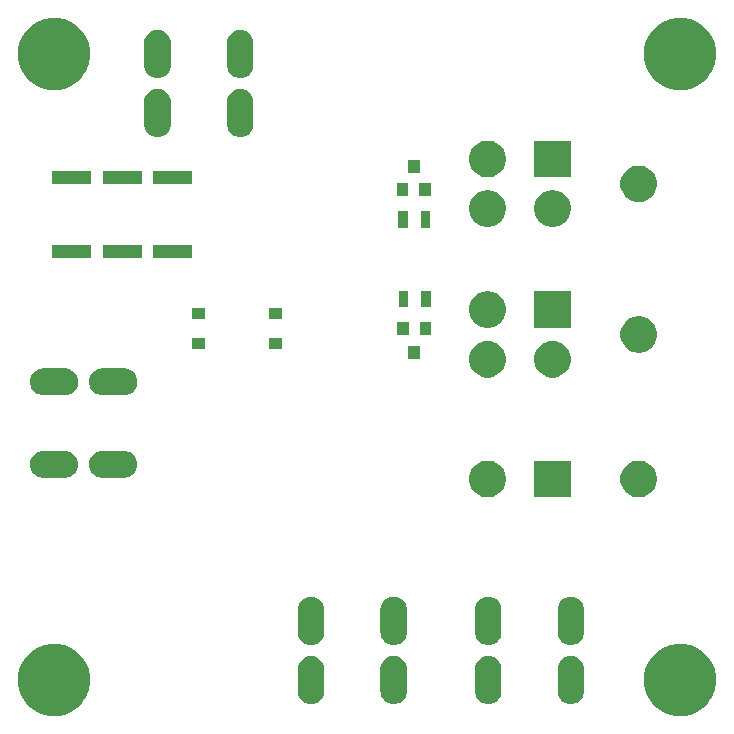
<source format=gbr>
G04 #@! TF.GenerationSoftware,KiCad,Pcbnew,(5.0.2)-1*
G04 #@! TF.CreationDate,2019-05-24T01:00:46-02:30*
G04 #@! TF.ProjectId,IndicatorLEDs_PCB,496e6469-6361-4746-9f72-4c4544735f50,rev?*
G04 #@! TF.SameCoordinates,Original*
G04 #@! TF.FileFunction,Soldermask,Top*
G04 #@! TF.FilePolarity,Negative*
%FSLAX46Y46*%
G04 Gerber Fmt 4.6, Leading zero omitted, Abs format (unit mm)*
G04 Created by KiCad (PCBNEW (5.0.2)-1) date 5/24/2019 1:00:46 AM*
%MOMM*%
%LPD*%
G01*
G04 APERTURE LIST*
%ADD10C,0.100000*%
G04 APERTURE END LIST*
D10*
G36*
X107389941Y-143566248D02*
X107389943Y-143566249D01*
X107389944Y-143566249D01*
X107945190Y-143796239D01*
X107945191Y-143796240D01*
X108444902Y-144130136D01*
X108869864Y-144555098D01*
X108869866Y-144555101D01*
X109203761Y-145054810D01*
X109433751Y-145610056D01*
X109551000Y-146199503D01*
X109551000Y-146800497D01*
X109433751Y-147389944D01*
X109203761Y-147945190D01*
X109131324Y-148053599D01*
X108869864Y-148444902D01*
X108444902Y-148869864D01*
X108444899Y-148869866D01*
X107945190Y-149203761D01*
X107389944Y-149433751D01*
X107389943Y-149433751D01*
X107389941Y-149433752D01*
X106800499Y-149551000D01*
X106199501Y-149551000D01*
X105610059Y-149433752D01*
X105610057Y-149433751D01*
X105610056Y-149433751D01*
X105054810Y-149203761D01*
X104555101Y-148869866D01*
X104555098Y-148869864D01*
X104130136Y-148444902D01*
X103868676Y-148053599D01*
X103796239Y-147945190D01*
X103566249Y-147389944D01*
X103449000Y-146800497D01*
X103449000Y-146199503D01*
X103566249Y-145610056D01*
X103796239Y-145054810D01*
X104130134Y-144555101D01*
X104130136Y-144555098D01*
X104555098Y-144130136D01*
X105054809Y-143796240D01*
X105054810Y-143796239D01*
X105610056Y-143566249D01*
X105610057Y-143566249D01*
X105610059Y-143566248D01*
X106199501Y-143449000D01*
X106800499Y-143449000D01*
X107389941Y-143566248D01*
X107389941Y-143566248D01*
G37*
G36*
X54389941Y-143566248D02*
X54389943Y-143566249D01*
X54389944Y-143566249D01*
X54945190Y-143796239D01*
X54945191Y-143796240D01*
X55444902Y-144130136D01*
X55869864Y-144555098D01*
X55869866Y-144555101D01*
X56203761Y-145054810D01*
X56433751Y-145610056D01*
X56551000Y-146199503D01*
X56551000Y-146800497D01*
X56433751Y-147389944D01*
X56203761Y-147945190D01*
X56131324Y-148053599D01*
X55869864Y-148444902D01*
X55444902Y-148869864D01*
X55444899Y-148869866D01*
X54945190Y-149203761D01*
X54389944Y-149433751D01*
X54389943Y-149433751D01*
X54389941Y-149433752D01*
X53800499Y-149551000D01*
X53199501Y-149551000D01*
X52610059Y-149433752D01*
X52610057Y-149433751D01*
X52610056Y-149433751D01*
X52054810Y-149203761D01*
X51555101Y-148869866D01*
X51555098Y-148869864D01*
X51130136Y-148444902D01*
X50868676Y-148053599D01*
X50796239Y-147945190D01*
X50566249Y-147389944D01*
X50449000Y-146800497D01*
X50449000Y-146199503D01*
X50566249Y-145610056D01*
X50796239Y-145054810D01*
X51130134Y-144555101D01*
X51130136Y-144555098D01*
X51555098Y-144130136D01*
X52054809Y-143796240D01*
X52054810Y-143796239D01*
X52610056Y-143566249D01*
X52610057Y-143566249D01*
X52610059Y-143566248D01*
X53199501Y-143449000D01*
X53800499Y-143449000D01*
X54389941Y-143566248D01*
X54389941Y-143566248D01*
G37*
G36*
X97470734Y-144465292D02*
X97612235Y-144508216D01*
X97682986Y-144529678D01*
X97731888Y-144555817D01*
X97878599Y-144634235D01*
X98050055Y-144774945D01*
X98190765Y-144946401D01*
X98260470Y-145076810D01*
X98295322Y-145142013D01*
X98316784Y-145212764D01*
X98359708Y-145354265D01*
X98376000Y-145519684D01*
X98376000Y-147480316D01*
X98359708Y-147645735D01*
X98316784Y-147787236D01*
X98295322Y-147857987D01*
X98260470Y-147923190D01*
X98190765Y-148053599D01*
X98050055Y-148225055D01*
X97878599Y-148365765D01*
X97748190Y-148435470D01*
X97682987Y-148470322D01*
X97612236Y-148491784D01*
X97470735Y-148534708D01*
X97250000Y-148556448D01*
X97029266Y-148534708D01*
X96887765Y-148491784D01*
X96817014Y-148470322D01*
X96751811Y-148435470D01*
X96621402Y-148365765D01*
X96449946Y-148225055D01*
X96309236Y-148053599D01*
X96239531Y-147923190D01*
X96204679Y-147857987D01*
X96183217Y-147787236D01*
X96140293Y-147645735D01*
X96124001Y-147480316D01*
X96124000Y-145519685D01*
X96140292Y-145354266D01*
X96204678Y-145142015D01*
X96204678Y-145142014D01*
X96251290Y-145054810D01*
X96309235Y-144946401D01*
X96449945Y-144774945D01*
X96621401Y-144634235D01*
X96751810Y-144564530D01*
X96817013Y-144529678D01*
X96887764Y-144508216D01*
X97029265Y-144465292D01*
X97250000Y-144443552D01*
X97470734Y-144465292D01*
X97470734Y-144465292D01*
G37*
G36*
X75470734Y-144465292D02*
X75612235Y-144508216D01*
X75682986Y-144529678D01*
X75731888Y-144555817D01*
X75878599Y-144634235D01*
X76050055Y-144774945D01*
X76190765Y-144946401D01*
X76260470Y-145076810D01*
X76295322Y-145142013D01*
X76316784Y-145212764D01*
X76359708Y-145354265D01*
X76376000Y-145519684D01*
X76376000Y-147480316D01*
X76359708Y-147645735D01*
X76316784Y-147787236D01*
X76295322Y-147857987D01*
X76260470Y-147923190D01*
X76190765Y-148053599D01*
X76050055Y-148225055D01*
X75878599Y-148365765D01*
X75748190Y-148435470D01*
X75682987Y-148470322D01*
X75612236Y-148491784D01*
X75470735Y-148534708D01*
X75250000Y-148556448D01*
X75029266Y-148534708D01*
X74887765Y-148491784D01*
X74817014Y-148470322D01*
X74751811Y-148435470D01*
X74621402Y-148365765D01*
X74449946Y-148225055D01*
X74309236Y-148053599D01*
X74239531Y-147923190D01*
X74204679Y-147857987D01*
X74183217Y-147787236D01*
X74140293Y-147645735D01*
X74124001Y-147480316D01*
X74124000Y-145519685D01*
X74140292Y-145354266D01*
X74204678Y-145142015D01*
X74204678Y-145142014D01*
X74251290Y-145054810D01*
X74309235Y-144946401D01*
X74449945Y-144774945D01*
X74621401Y-144634235D01*
X74751810Y-144564530D01*
X74817013Y-144529678D01*
X74887764Y-144508216D01*
X75029265Y-144465292D01*
X75250000Y-144443552D01*
X75470734Y-144465292D01*
X75470734Y-144465292D01*
G37*
G36*
X82470734Y-144465292D02*
X82612235Y-144508216D01*
X82682986Y-144529678D01*
X82731888Y-144555817D01*
X82878599Y-144634235D01*
X83050055Y-144774945D01*
X83190765Y-144946401D01*
X83260470Y-145076810D01*
X83295322Y-145142013D01*
X83316784Y-145212764D01*
X83359708Y-145354265D01*
X83376000Y-145519684D01*
X83376000Y-147480316D01*
X83359708Y-147645735D01*
X83316784Y-147787236D01*
X83295322Y-147857987D01*
X83260470Y-147923190D01*
X83190765Y-148053599D01*
X83050055Y-148225055D01*
X82878599Y-148365765D01*
X82748190Y-148435470D01*
X82682987Y-148470322D01*
X82612236Y-148491784D01*
X82470735Y-148534708D01*
X82250000Y-148556448D01*
X82029266Y-148534708D01*
X81887765Y-148491784D01*
X81817014Y-148470322D01*
X81751811Y-148435470D01*
X81621402Y-148365765D01*
X81449946Y-148225055D01*
X81309236Y-148053599D01*
X81239531Y-147923190D01*
X81204679Y-147857987D01*
X81183217Y-147787236D01*
X81140293Y-147645735D01*
X81124001Y-147480316D01*
X81124000Y-145519685D01*
X81140292Y-145354266D01*
X81204678Y-145142015D01*
X81204678Y-145142014D01*
X81251290Y-145054810D01*
X81309235Y-144946401D01*
X81449945Y-144774945D01*
X81621401Y-144634235D01*
X81751810Y-144564530D01*
X81817013Y-144529678D01*
X81887764Y-144508216D01*
X82029265Y-144465292D01*
X82250000Y-144443552D01*
X82470734Y-144465292D01*
X82470734Y-144465292D01*
G37*
G36*
X90470734Y-144465292D02*
X90612235Y-144508216D01*
X90682986Y-144529678D01*
X90731888Y-144555817D01*
X90878599Y-144634235D01*
X91050055Y-144774945D01*
X91190765Y-144946401D01*
X91260470Y-145076810D01*
X91295322Y-145142013D01*
X91316784Y-145212764D01*
X91359708Y-145354265D01*
X91376000Y-145519684D01*
X91376000Y-147480316D01*
X91359708Y-147645735D01*
X91316784Y-147787236D01*
X91295322Y-147857987D01*
X91260470Y-147923190D01*
X91190765Y-148053599D01*
X91050055Y-148225055D01*
X90878599Y-148365765D01*
X90748190Y-148435470D01*
X90682987Y-148470322D01*
X90612236Y-148491784D01*
X90470735Y-148534708D01*
X90250000Y-148556448D01*
X90029266Y-148534708D01*
X89887765Y-148491784D01*
X89817014Y-148470322D01*
X89751811Y-148435470D01*
X89621402Y-148365765D01*
X89449946Y-148225055D01*
X89309236Y-148053599D01*
X89239531Y-147923190D01*
X89204679Y-147857987D01*
X89183217Y-147787236D01*
X89140293Y-147645735D01*
X89124001Y-147480316D01*
X89124000Y-145519685D01*
X89140292Y-145354266D01*
X89204678Y-145142015D01*
X89204678Y-145142014D01*
X89251290Y-145054810D01*
X89309235Y-144946401D01*
X89449945Y-144774945D01*
X89621401Y-144634235D01*
X89751810Y-144564530D01*
X89817013Y-144529678D01*
X89887764Y-144508216D01*
X90029265Y-144465292D01*
X90250000Y-144443552D01*
X90470734Y-144465292D01*
X90470734Y-144465292D01*
G37*
G36*
X97470734Y-139465292D02*
X97612235Y-139508216D01*
X97682986Y-139529678D01*
X97731889Y-139555817D01*
X97878599Y-139634235D01*
X98050055Y-139774945D01*
X98190765Y-139946401D01*
X98260470Y-140076810D01*
X98295322Y-140142013D01*
X98316784Y-140212764D01*
X98359708Y-140354265D01*
X98376000Y-140519684D01*
X98376000Y-142480316D01*
X98359708Y-142645735D01*
X98316784Y-142787236D01*
X98295322Y-142857987D01*
X98260470Y-142923190D01*
X98190765Y-143053599D01*
X98050055Y-143225055D01*
X97878599Y-143365765D01*
X97748190Y-143435470D01*
X97682987Y-143470322D01*
X97612236Y-143491784D01*
X97470735Y-143534708D01*
X97250000Y-143556448D01*
X97029266Y-143534708D01*
X96887765Y-143491784D01*
X96817014Y-143470322D01*
X96751811Y-143435470D01*
X96621402Y-143365765D01*
X96449946Y-143225055D01*
X96309236Y-143053599D01*
X96239531Y-142923190D01*
X96204679Y-142857987D01*
X96183217Y-142787236D01*
X96140293Y-142645735D01*
X96124001Y-142480316D01*
X96124000Y-140519685D01*
X96140292Y-140354266D01*
X96204678Y-140142015D01*
X96204678Y-140142014D01*
X96230817Y-140093111D01*
X96309235Y-139946401D01*
X96449945Y-139774945D01*
X96621401Y-139634235D01*
X96751810Y-139564530D01*
X96817013Y-139529678D01*
X96887764Y-139508216D01*
X97029265Y-139465292D01*
X97250000Y-139443552D01*
X97470734Y-139465292D01*
X97470734Y-139465292D01*
G37*
G36*
X90470734Y-139465292D02*
X90612235Y-139508216D01*
X90682986Y-139529678D01*
X90731889Y-139555817D01*
X90878599Y-139634235D01*
X91050055Y-139774945D01*
X91190765Y-139946401D01*
X91260470Y-140076810D01*
X91295322Y-140142013D01*
X91316784Y-140212764D01*
X91359708Y-140354265D01*
X91376000Y-140519684D01*
X91376000Y-142480316D01*
X91359708Y-142645735D01*
X91316784Y-142787236D01*
X91295322Y-142857987D01*
X91260470Y-142923190D01*
X91190765Y-143053599D01*
X91050055Y-143225055D01*
X90878599Y-143365765D01*
X90748190Y-143435470D01*
X90682987Y-143470322D01*
X90612236Y-143491784D01*
X90470735Y-143534708D01*
X90250000Y-143556448D01*
X90029266Y-143534708D01*
X89887765Y-143491784D01*
X89817014Y-143470322D01*
X89751811Y-143435470D01*
X89621402Y-143365765D01*
X89449946Y-143225055D01*
X89309236Y-143053599D01*
X89239531Y-142923190D01*
X89204679Y-142857987D01*
X89183217Y-142787236D01*
X89140293Y-142645735D01*
X89124001Y-142480316D01*
X89124000Y-140519685D01*
X89140292Y-140354266D01*
X89204678Y-140142015D01*
X89204678Y-140142014D01*
X89230817Y-140093111D01*
X89309235Y-139946401D01*
X89449945Y-139774945D01*
X89621401Y-139634235D01*
X89751810Y-139564530D01*
X89817013Y-139529678D01*
X89887764Y-139508216D01*
X90029265Y-139465292D01*
X90250000Y-139443552D01*
X90470734Y-139465292D01*
X90470734Y-139465292D01*
G37*
G36*
X75470734Y-139465292D02*
X75612235Y-139508216D01*
X75682986Y-139529678D01*
X75731889Y-139555817D01*
X75878599Y-139634235D01*
X76050055Y-139774945D01*
X76190765Y-139946401D01*
X76260470Y-140076810D01*
X76295322Y-140142013D01*
X76316784Y-140212764D01*
X76359708Y-140354265D01*
X76376000Y-140519684D01*
X76376000Y-142480316D01*
X76359708Y-142645735D01*
X76316784Y-142787236D01*
X76295322Y-142857987D01*
X76260470Y-142923190D01*
X76190765Y-143053599D01*
X76050055Y-143225055D01*
X75878599Y-143365765D01*
X75748190Y-143435470D01*
X75682987Y-143470322D01*
X75612236Y-143491784D01*
X75470735Y-143534708D01*
X75250000Y-143556448D01*
X75029266Y-143534708D01*
X74887765Y-143491784D01*
X74817014Y-143470322D01*
X74751811Y-143435470D01*
X74621402Y-143365765D01*
X74449946Y-143225055D01*
X74309236Y-143053599D01*
X74239531Y-142923190D01*
X74204679Y-142857987D01*
X74183217Y-142787236D01*
X74140293Y-142645735D01*
X74124001Y-142480316D01*
X74124000Y-140519685D01*
X74140292Y-140354266D01*
X74204678Y-140142015D01*
X74204678Y-140142014D01*
X74230817Y-140093111D01*
X74309235Y-139946401D01*
X74449945Y-139774945D01*
X74621401Y-139634235D01*
X74751810Y-139564530D01*
X74817013Y-139529678D01*
X74887764Y-139508216D01*
X75029265Y-139465292D01*
X75250000Y-139443552D01*
X75470734Y-139465292D01*
X75470734Y-139465292D01*
G37*
G36*
X82470734Y-139465292D02*
X82612235Y-139508216D01*
X82682986Y-139529678D01*
X82731889Y-139555817D01*
X82878599Y-139634235D01*
X83050055Y-139774945D01*
X83190765Y-139946401D01*
X83260470Y-140076810D01*
X83295322Y-140142013D01*
X83316784Y-140212764D01*
X83359708Y-140354265D01*
X83376000Y-140519684D01*
X83376000Y-142480316D01*
X83359708Y-142645735D01*
X83316784Y-142787236D01*
X83295322Y-142857987D01*
X83260470Y-142923190D01*
X83190765Y-143053599D01*
X83050055Y-143225055D01*
X82878599Y-143365765D01*
X82748190Y-143435470D01*
X82682987Y-143470322D01*
X82612236Y-143491784D01*
X82470735Y-143534708D01*
X82250000Y-143556448D01*
X82029266Y-143534708D01*
X81887765Y-143491784D01*
X81817014Y-143470322D01*
X81751811Y-143435470D01*
X81621402Y-143365765D01*
X81449946Y-143225055D01*
X81309236Y-143053599D01*
X81239531Y-142923190D01*
X81204679Y-142857987D01*
X81183217Y-142787236D01*
X81140293Y-142645735D01*
X81124001Y-142480316D01*
X81124000Y-140519685D01*
X81140292Y-140354266D01*
X81204678Y-140142015D01*
X81204678Y-140142014D01*
X81230817Y-140093111D01*
X81309235Y-139946401D01*
X81449945Y-139774945D01*
X81621401Y-139634235D01*
X81751810Y-139564530D01*
X81817013Y-139529678D01*
X81887764Y-139508216D01*
X82029265Y-139465292D01*
X82250000Y-139443552D01*
X82470734Y-139465292D01*
X82470734Y-139465292D01*
G37*
G36*
X97251000Y-131051000D02*
X94149000Y-131051000D01*
X94149000Y-127949000D01*
X97251000Y-127949000D01*
X97251000Y-131051000D01*
X97251000Y-131051000D01*
G37*
G36*
X103352527Y-127988736D02*
X103452410Y-128008604D01*
X103734674Y-128125521D01*
X103988705Y-128295259D01*
X104204741Y-128511295D01*
X104374479Y-128765326D01*
X104491396Y-129047590D01*
X104551000Y-129347240D01*
X104551000Y-129652760D01*
X104491396Y-129952410D01*
X104374479Y-130234674D01*
X104204741Y-130488705D01*
X103988705Y-130704741D01*
X103734674Y-130874479D01*
X103452410Y-130991396D01*
X103352527Y-131011264D01*
X103152762Y-131051000D01*
X102847238Y-131051000D01*
X102647473Y-131011264D01*
X102547590Y-130991396D01*
X102265326Y-130874479D01*
X102011295Y-130704741D01*
X101795259Y-130488705D01*
X101625521Y-130234674D01*
X101508604Y-129952410D01*
X101449000Y-129652760D01*
X101449000Y-129347240D01*
X101508604Y-129047590D01*
X101625521Y-128765326D01*
X101795259Y-128511295D01*
X102011295Y-128295259D01*
X102265326Y-128125521D01*
X102547590Y-128008604D01*
X102647473Y-127988736D01*
X102847238Y-127949000D01*
X103152762Y-127949000D01*
X103352527Y-127988736D01*
X103352527Y-127988736D01*
G37*
G36*
X90552527Y-127988736D02*
X90652410Y-128008604D01*
X90934674Y-128125521D01*
X91188705Y-128295259D01*
X91404741Y-128511295D01*
X91574479Y-128765326D01*
X91691396Y-129047590D01*
X91751000Y-129347240D01*
X91751000Y-129652760D01*
X91691396Y-129952410D01*
X91574479Y-130234674D01*
X91404741Y-130488705D01*
X91188705Y-130704741D01*
X90934674Y-130874479D01*
X90652410Y-130991396D01*
X90552527Y-131011264D01*
X90352762Y-131051000D01*
X90047238Y-131051000D01*
X89847473Y-131011264D01*
X89747590Y-130991396D01*
X89465326Y-130874479D01*
X89211295Y-130704741D01*
X88995259Y-130488705D01*
X88825521Y-130234674D01*
X88708604Y-129952410D01*
X88649000Y-129652760D01*
X88649000Y-129347240D01*
X88708604Y-129047590D01*
X88825521Y-128765326D01*
X88995259Y-128511295D01*
X89211295Y-128295259D01*
X89465326Y-128125521D01*
X89747590Y-128008604D01*
X89847473Y-127988736D01*
X90047238Y-127949000D01*
X90352762Y-127949000D01*
X90552527Y-127988736D01*
X90552527Y-127988736D01*
G37*
G36*
X59535456Y-127129431D02*
X59645735Y-127140292D01*
X59787236Y-127183216D01*
X59857987Y-127204678D01*
X59923190Y-127239530D01*
X60053599Y-127309235D01*
X60225055Y-127449945D01*
X60365765Y-127621401D01*
X60435470Y-127751810D01*
X60470322Y-127817013D01*
X60470322Y-127817014D01*
X60534708Y-128029265D01*
X60556448Y-128250000D01*
X60534708Y-128470735D01*
X60522404Y-128511295D01*
X60470322Y-128682987D01*
X60435470Y-128748190D01*
X60365765Y-128878599D01*
X60225055Y-129050055D01*
X60053599Y-129190765D01*
X59923190Y-129260470D01*
X59857987Y-129295322D01*
X59787236Y-129316784D01*
X59645735Y-129359708D01*
X59535456Y-129370569D01*
X59480317Y-129376000D01*
X57519683Y-129376000D01*
X57464544Y-129370569D01*
X57354265Y-129359708D01*
X57212764Y-129316784D01*
X57142013Y-129295322D01*
X57076810Y-129260470D01*
X56946401Y-129190765D01*
X56774945Y-129050055D01*
X56634235Y-128878599D01*
X56564530Y-128748190D01*
X56529678Y-128682987D01*
X56477596Y-128511295D01*
X56465292Y-128470735D01*
X56443552Y-128250000D01*
X56465292Y-128029265D01*
X56529678Y-127817014D01*
X56529678Y-127817013D01*
X56564530Y-127751810D01*
X56634235Y-127621401D01*
X56774945Y-127449945D01*
X56946401Y-127309235D01*
X57076810Y-127239530D01*
X57142013Y-127204678D01*
X57212764Y-127183216D01*
X57354265Y-127140292D01*
X57464544Y-127129431D01*
X57519683Y-127124000D01*
X59480317Y-127124000D01*
X59535456Y-127129431D01*
X59535456Y-127129431D01*
G37*
G36*
X54535456Y-127129431D02*
X54645735Y-127140292D01*
X54787236Y-127183216D01*
X54857987Y-127204678D01*
X54923190Y-127239530D01*
X55053599Y-127309235D01*
X55225055Y-127449945D01*
X55365765Y-127621401D01*
X55435470Y-127751810D01*
X55470322Y-127817013D01*
X55470322Y-127817014D01*
X55534708Y-128029265D01*
X55556448Y-128250000D01*
X55534708Y-128470735D01*
X55522404Y-128511295D01*
X55470322Y-128682987D01*
X55435470Y-128748190D01*
X55365765Y-128878599D01*
X55225055Y-129050055D01*
X55053599Y-129190765D01*
X54923190Y-129260470D01*
X54857987Y-129295322D01*
X54787236Y-129316784D01*
X54645735Y-129359708D01*
X54535456Y-129370569D01*
X54480317Y-129376000D01*
X52519683Y-129376000D01*
X52464544Y-129370569D01*
X52354265Y-129359708D01*
X52212764Y-129316784D01*
X52142013Y-129295322D01*
X52076810Y-129260470D01*
X51946401Y-129190765D01*
X51774945Y-129050055D01*
X51634235Y-128878599D01*
X51564530Y-128748190D01*
X51529678Y-128682987D01*
X51477596Y-128511295D01*
X51465292Y-128470735D01*
X51443552Y-128250000D01*
X51465292Y-128029265D01*
X51529678Y-127817014D01*
X51529678Y-127817013D01*
X51564530Y-127751810D01*
X51634235Y-127621401D01*
X51774945Y-127449945D01*
X51946401Y-127309235D01*
X52076810Y-127239530D01*
X52142013Y-127204678D01*
X52212764Y-127183216D01*
X52354265Y-127140292D01*
X52464544Y-127129431D01*
X52519683Y-127124000D01*
X54480317Y-127124000D01*
X54535456Y-127129431D01*
X54535456Y-127129431D01*
G37*
G36*
X54535456Y-120129431D02*
X54645735Y-120140292D01*
X54787236Y-120183216D01*
X54857987Y-120204678D01*
X54923190Y-120239530D01*
X55053599Y-120309235D01*
X55225055Y-120449945D01*
X55365765Y-120621401D01*
X55420861Y-120724479D01*
X55470322Y-120817013D01*
X55470322Y-120817014D01*
X55534708Y-121029265D01*
X55556448Y-121250000D01*
X55534708Y-121470735D01*
X55491784Y-121612236D01*
X55470322Y-121682987D01*
X55435470Y-121748190D01*
X55365765Y-121878599D01*
X55225055Y-122050055D01*
X55053599Y-122190765D01*
X54923190Y-122260470D01*
X54857987Y-122295322D01*
X54787236Y-122316784D01*
X54645735Y-122359708D01*
X54535456Y-122370569D01*
X54480317Y-122376000D01*
X52519683Y-122376000D01*
X52464544Y-122370569D01*
X52354265Y-122359708D01*
X52212764Y-122316784D01*
X52142013Y-122295322D01*
X52076810Y-122260470D01*
X51946401Y-122190765D01*
X51774945Y-122050055D01*
X51634235Y-121878599D01*
X51564530Y-121748190D01*
X51529678Y-121682987D01*
X51508216Y-121612236D01*
X51465292Y-121470735D01*
X51443552Y-121250000D01*
X51465292Y-121029265D01*
X51529678Y-120817014D01*
X51529678Y-120817013D01*
X51579139Y-120724479D01*
X51634235Y-120621401D01*
X51774945Y-120449945D01*
X51946401Y-120309235D01*
X52076810Y-120239530D01*
X52142013Y-120204678D01*
X52212764Y-120183216D01*
X52354265Y-120140292D01*
X52464544Y-120129431D01*
X52519683Y-120124000D01*
X54480317Y-120124000D01*
X54535456Y-120129431D01*
X54535456Y-120129431D01*
G37*
G36*
X59535456Y-120129431D02*
X59645735Y-120140292D01*
X59787236Y-120183216D01*
X59857987Y-120204678D01*
X59923190Y-120239530D01*
X60053599Y-120309235D01*
X60225055Y-120449945D01*
X60365765Y-120621401D01*
X60420861Y-120724479D01*
X60470322Y-120817013D01*
X60470322Y-120817014D01*
X60534708Y-121029265D01*
X60556448Y-121250000D01*
X60534708Y-121470735D01*
X60491784Y-121612236D01*
X60470322Y-121682987D01*
X60435470Y-121748190D01*
X60365765Y-121878599D01*
X60225055Y-122050055D01*
X60053599Y-122190765D01*
X59923190Y-122260470D01*
X59857987Y-122295322D01*
X59787236Y-122316784D01*
X59645735Y-122359708D01*
X59535456Y-122370569D01*
X59480317Y-122376000D01*
X57519683Y-122376000D01*
X57464544Y-122370569D01*
X57354265Y-122359708D01*
X57212764Y-122316784D01*
X57142013Y-122295322D01*
X57076810Y-122260470D01*
X56946401Y-122190765D01*
X56774945Y-122050055D01*
X56634235Y-121878599D01*
X56564530Y-121748190D01*
X56529678Y-121682987D01*
X56508216Y-121612236D01*
X56465292Y-121470735D01*
X56443552Y-121250000D01*
X56465292Y-121029265D01*
X56529678Y-120817014D01*
X56529678Y-120817013D01*
X56579139Y-120724479D01*
X56634235Y-120621401D01*
X56774945Y-120449945D01*
X56946401Y-120309235D01*
X57076810Y-120239530D01*
X57142013Y-120204678D01*
X57212764Y-120183216D01*
X57354265Y-120140292D01*
X57464544Y-120129431D01*
X57519683Y-120124000D01*
X59480317Y-120124000D01*
X59535456Y-120129431D01*
X59535456Y-120129431D01*
G37*
G36*
X96052527Y-117838736D02*
X96152410Y-117858604D01*
X96434674Y-117975521D01*
X96688705Y-118145259D01*
X96904741Y-118361295D01*
X97074479Y-118615326D01*
X97191396Y-118897590D01*
X97251000Y-119197240D01*
X97251000Y-119502760D01*
X97191396Y-119802410D01*
X97074479Y-120084674D01*
X96904741Y-120338705D01*
X96688705Y-120554741D01*
X96434674Y-120724479D01*
X96152410Y-120841396D01*
X96052527Y-120861264D01*
X95852762Y-120901000D01*
X95547238Y-120901000D01*
X95347473Y-120861264D01*
X95247590Y-120841396D01*
X94965326Y-120724479D01*
X94711295Y-120554741D01*
X94495259Y-120338705D01*
X94325521Y-120084674D01*
X94208604Y-119802410D01*
X94149000Y-119502760D01*
X94149000Y-119197240D01*
X94208604Y-118897590D01*
X94325521Y-118615326D01*
X94495259Y-118361295D01*
X94711295Y-118145259D01*
X94965326Y-117975521D01*
X95247590Y-117858604D01*
X95347473Y-117838736D01*
X95547238Y-117799000D01*
X95852762Y-117799000D01*
X96052527Y-117838736D01*
X96052527Y-117838736D01*
G37*
G36*
X90552527Y-117838736D02*
X90652410Y-117858604D01*
X90934674Y-117975521D01*
X91188705Y-118145259D01*
X91404741Y-118361295D01*
X91574479Y-118615326D01*
X91691396Y-118897590D01*
X91751000Y-119197240D01*
X91751000Y-119502760D01*
X91691396Y-119802410D01*
X91574479Y-120084674D01*
X91404741Y-120338705D01*
X91188705Y-120554741D01*
X90934674Y-120724479D01*
X90652410Y-120841396D01*
X90552527Y-120861264D01*
X90352762Y-120901000D01*
X90047238Y-120901000D01*
X89847473Y-120861264D01*
X89747590Y-120841396D01*
X89465326Y-120724479D01*
X89211295Y-120554741D01*
X88995259Y-120338705D01*
X88825521Y-120084674D01*
X88708604Y-119802410D01*
X88649000Y-119502760D01*
X88649000Y-119197240D01*
X88708604Y-118897590D01*
X88825521Y-118615326D01*
X88995259Y-118361295D01*
X89211295Y-118145259D01*
X89465326Y-117975521D01*
X89747590Y-117858604D01*
X89847473Y-117838736D01*
X90047238Y-117799000D01*
X90352762Y-117799000D01*
X90552527Y-117838736D01*
X90552527Y-117838736D01*
G37*
G36*
X84501000Y-119301000D02*
X83499000Y-119301000D01*
X83499000Y-118199000D01*
X84501000Y-118199000D01*
X84501000Y-119301000D01*
X84501000Y-119301000D01*
G37*
G36*
X103352527Y-115738736D02*
X103452410Y-115758604D01*
X103734674Y-115875521D01*
X103988705Y-116045259D01*
X104204741Y-116261295D01*
X104374479Y-116515326D01*
X104491396Y-116797590D01*
X104551000Y-117097240D01*
X104551000Y-117402760D01*
X104491396Y-117702410D01*
X104374479Y-117984674D01*
X104204741Y-118238705D01*
X103988705Y-118454741D01*
X103734674Y-118624479D01*
X103452410Y-118741396D01*
X103352527Y-118761264D01*
X103152762Y-118801000D01*
X102847238Y-118801000D01*
X102647473Y-118761264D01*
X102547590Y-118741396D01*
X102265326Y-118624479D01*
X102011295Y-118454741D01*
X101795259Y-118238705D01*
X101625521Y-117984674D01*
X101508604Y-117702410D01*
X101449000Y-117402760D01*
X101449000Y-117097240D01*
X101508604Y-116797590D01*
X101625521Y-116515326D01*
X101795259Y-116261295D01*
X102011295Y-116045259D01*
X102265326Y-115875521D01*
X102547590Y-115758604D01*
X102647473Y-115738736D01*
X102847238Y-115699000D01*
X103152762Y-115699000D01*
X103352527Y-115738736D01*
X103352527Y-115738736D01*
G37*
G36*
X72801000Y-118451000D02*
X71699000Y-118451000D01*
X71699000Y-117549000D01*
X72801000Y-117549000D01*
X72801000Y-118451000D01*
X72801000Y-118451000D01*
G37*
G36*
X66301000Y-118451000D02*
X65199000Y-118451000D01*
X65199000Y-117549000D01*
X66301000Y-117549000D01*
X66301000Y-118451000D01*
X66301000Y-118451000D01*
G37*
G36*
X85451000Y-117301000D02*
X84449000Y-117301000D01*
X84449000Y-116199000D01*
X85451000Y-116199000D01*
X85451000Y-117301000D01*
X85451000Y-117301000D01*
G37*
G36*
X83551000Y-117301000D02*
X82549000Y-117301000D01*
X82549000Y-116199000D01*
X83551000Y-116199000D01*
X83551000Y-117301000D01*
X83551000Y-117301000D01*
G37*
G36*
X90552527Y-113638736D02*
X90652410Y-113658604D01*
X90934674Y-113775521D01*
X91188705Y-113945259D01*
X91404741Y-114161295D01*
X91574479Y-114415326D01*
X91691396Y-114697590D01*
X91691396Y-114697591D01*
X91741803Y-114951000D01*
X91751000Y-114997240D01*
X91751000Y-115302760D01*
X91691396Y-115602410D01*
X91574479Y-115884674D01*
X91404741Y-116138705D01*
X91188705Y-116354741D01*
X90934674Y-116524479D01*
X90652410Y-116641396D01*
X90552527Y-116661264D01*
X90352762Y-116701000D01*
X90047238Y-116701000D01*
X89847473Y-116661264D01*
X89747590Y-116641396D01*
X89465326Y-116524479D01*
X89211295Y-116354741D01*
X88995259Y-116138705D01*
X88825521Y-115884674D01*
X88708604Y-115602410D01*
X88649000Y-115302760D01*
X88649000Y-114997240D01*
X88658198Y-114951000D01*
X88708604Y-114697591D01*
X88708604Y-114697590D01*
X88825521Y-114415326D01*
X88995259Y-114161295D01*
X89211295Y-113945259D01*
X89465326Y-113775521D01*
X89747590Y-113658604D01*
X89847473Y-113638736D01*
X90047238Y-113599000D01*
X90352762Y-113599000D01*
X90552527Y-113638736D01*
X90552527Y-113638736D01*
G37*
G36*
X97251000Y-116701000D02*
X94149000Y-116701000D01*
X94149000Y-113599000D01*
X97251000Y-113599000D01*
X97251000Y-116701000D01*
X97251000Y-116701000D01*
G37*
G36*
X72801000Y-115911000D02*
X71699000Y-115911000D01*
X71699000Y-115009000D01*
X72801000Y-115009000D01*
X72801000Y-115911000D01*
X72801000Y-115911000D01*
G37*
G36*
X66301000Y-115911000D02*
X65199000Y-115911000D01*
X65199000Y-115009000D01*
X66301000Y-115009000D01*
X66301000Y-115911000D01*
X66301000Y-115911000D01*
G37*
G36*
X83501000Y-114951000D02*
X82699000Y-114951000D01*
X82699000Y-113549000D01*
X83501000Y-113549000D01*
X83501000Y-114951000D01*
X83501000Y-114951000D01*
G37*
G36*
X85401000Y-114951000D02*
X84599000Y-114951000D01*
X84599000Y-113549000D01*
X85401000Y-113549000D01*
X85401000Y-114951000D01*
X85401000Y-114951000D01*
G37*
G36*
X65151000Y-110751000D02*
X61849000Y-110751000D01*
X61849000Y-109649000D01*
X65151000Y-109649000D01*
X65151000Y-110751000D01*
X65151000Y-110751000D01*
G37*
G36*
X60901000Y-110751000D02*
X57599000Y-110751000D01*
X57599000Y-109649000D01*
X60901000Y-109649000D01*
X60901000Y-110751000D01*
X60901000Y-110751000D01*
G37*
G36*
X56651000Y-110751000D02*
X53349000Y-110751000D01*
X53349000Y-109649000D01*
X56651000Y-109649000D01*
X56651000Y-110751000D01*
X56651000Y-110751000D01*
G37*
G36*
X83451000Y-108201000D02*
X82649000Y-108201000D01*
X82649000Y-106799000D01*
X83451000Y-106799000D01*
X83451000Y-108201000D01*
X83451000Y-108201000D01*
G37*
G36*
X85351000Y-108201000D02*
X84549000Y-108201000D01*
X84549000Y-106799000D01*
X85351000Y-106799000D01*
X85351000Y-108201000D01*
X85351000Y-108201000D01*
G37*
G36*
X90552527Y-105088736D02*
X90652410Y-105108604D01*
X90934674Y-105225521D01*
X91188705Y-105395259D01*
X91404741Y-105611295D01*
X91574479Y-105865326D01*
X91651387Y-106051000D01*
X91691396Y-106147591D01*
X91751000Y-106447238D01*
X91751000Y-106752762D01*
X91711264Y-106952527D01*
X91691396Y-107052410D01*
X91574479Y-107334674D01*
X91404741Y-107588705D01*
X91188705Y-107804741D01*
X90934674Y-107974479D01*
X90652410Y-108091396D01*
X90552527Y-108111264D01*
X90352762Y-108151000D01*
X90047238Y-108151000D01*
X89847473Y-108111264D01*
X89747590Y-108091396D01*
X89465326Y-107974479D01*
X89211295Y-107804741D01*
X88995259Y-107588705D01*
X88825521Y-107334674D01*
X88708604Y-107052410D01*
X88688736Y-106952527D01*
X88649000Y-106752762D01*
X88649000Y-106447238D01*
X88708604Y-106147591D01*
X88748613Y-106051000D01*
X88825521Y-105865326D01*
X88995259Y-105611295D01*
X89211295Y-105395259D01*
X89465326Y-105225521D01*
X89747590Y-105108604D01*
X89847473Y-105088736D01*
X90047238Y-105049000D01*
X90352762Y-105049000D01*
X90552527Y-105088736D01*
X90552527Y-105088736D01*
G37*
G36*
X96052527Y-105088736D02*
X96152410Y-105108604D01*
X96434674Y-105225521D01*
X96688705Y-105395259D01*
X96904741Y-105611295D01*
X97074479Y-105865326D01*
X97151387Y-106051000D01*
X97191396Y-106147591D01*
X97251000Y-106447238D01*
X97251000Y-106752762D01*
X97211264Y-106952527D01*
X97191396Y-107052410D01*
X97074479Y-107334674D01*
X96904741Y-107588705D01*
X96688705Y-107804741D01*
X96434674Y-107974479D01*
X96152410Y-108091396D01*
X96052527Y-108111264D01*
X95852762Y-108151000D01*
X95547238Y-108151000D01*
X95347473Y-108111264D01*
X95247590Y-108091396D01*
X94965326Y-107974479D01*
X94711295Y-107804741D01*
X94495259Y-107588705D01*
X94325521Y-107334674D01*
X94208604Y-107052410D01*
X94188736Y-106952527D01*
X94149000Y-106752762D01*
X94149000Y-106447238D01*
X94208604Y-106147591D01*
X94248613Y-106051000D01*
X94325521Y-105865326D01*
X94495259Y-105611295D01*
X94711295Y-105395259D01*
X94965326Y-105225521D01*
X95247590Y-105108604D01*
X95347473Y-105088736D01*
X95547238Y-105049000D01*
X95852762Y-105049000D01*
X96052527Y-105088736D01*
X96052527Y-105088736D01*
G37*
G36*
X103352527Y-102988736D02*
X103452410Y-103008604D01*
X103734674Y-103125521D01*
X103988705Y-103295259D01*
X104204741Y-103511295D01*
X104374479Y-103765326D01*
X104491396Y-104047590D01*
X104551000Y-104347240D01*
X104551000Y-104652760D01*
X104491396Y-104952410D01*
X104374479Y-105234674D01*
X104204741Y-105488705D01*
X103988705Y-105704741D01*
X103734674Y-105874479D01*
X103452410Y-105991396D01*
X103352527Y-106011264D01*
X103152762Y-106051000D01*
X102847238Y-106051000D01*
X102647473Y-106011264D01*
X102547590Y-105991396D01*
X102265326Y-105874479D01*
X102011295Y-105704741D01*
X101795259Y-105488705D01*
X101625521Y-105234674D01*
X101508604Y-104952410D01*
X101449000Y-104652760D01*
X101449000Y-104347240D01*
X101508604Y-104047590D01*
X101625521Y-103765326D01*
X101795259Y-103511295D01*
X102011295Y-103295259D01*
X102265326Y-103125521D01*
X102547590Y-103008604D01*
X102647473Y-102988736D01*
X102847238Y-102949000D01*
X103152762Y-102949000D01*
X103352527Y-102988736D01*
X103352527Y-102988736D01*
G37*
G36*
X85401000Y-105551000D02*
X84399000Y-105551000D01*
X84399000Y-104449000D01*
X85401000Y-104449000D01*
X85401000Y-105551000D01*
X85401000Y-105551000D01*
G37*
G36*
X83501000Y-105551000D02*
X82499000Y-105551000D01*
X82499000Y-104449000D01*
X83501000Y-104449000D01*
X83501000Y-105551000D01*
X83501000Y-105551000D01*
G37*
G36*
X65151000Y-104551000D02*
X61849000Y-104551000D01*
X61849000Y-103449000D01*
X65151000Y-103449000D01*
X65151000Y-104551000D01*
X65151000Y-104551000D01*
G37*
G36*
X56651000Y-104551000D02*
X53349000Y-104551000D01*
X53349000Y-103449000D01*
X56651000Y-103449000D01*
X56651000Y-104551000D01*
X56651000Y-104551000D01*
G37*
G36*
X60901000Y-104551000D02*
X57599000Y-104551000D01*
X57599000Y-103449000D01*
X60901000Y-103449000D01*
X60901000Y-104551000D01*
X60901000Y-104551000D01*
G37*
G36*
X97251000Y-103951000D02*
X94149000Y-103951000D01*
X94149000Y-100849000D01*
X97251000Y-100849000D01*
X97251000Y-103951000D01*
X97251000Y-103951000D01*
G37*
G36*
X90552527Y-100888736D02*
X90652410Y-100908604D01*
X90934674Y-101025521D01*
X91188705Y-101195259D01*
X91404741Y-101411295D01*
X91574479Y-101665326D01*
X91691396Y-101947590D01*
X91751000Y-102247240D01*
X91751000Y-102552760D01*
X91691396Y-102852410D01*
X91574479Y-103134674D01*
X91404741Y-103388705D01*
X91188705Y-103604741D01*
X90934674Y-103774479D01*
X90652410Y-103891396D01*
X90552527Y-103911264D01*
X90352762Y-103951000D01*
X90047238Y-103951000D01*
X89847473Y-103911264D01*
X89747590Y-103891396D01*
X89465326Y-103774479D01*
X89211295Y-103604741D01*
X88995259Y-103388705D01*
X88825521Y-103134674D01*
X88708604Y-102852410D01*
X88649000Y-102552760D01*
X88649000Y-102247240D01*
X88708604Y-101947590D01*
X88825521Y-101665326D01*
X88995259Y-101411295D01*
X89211295Y-101195259D01*
X89465326Y-101025521D01*
X89747590Y-100908604D01*
X89847473Y-100888736D01*
X90047238Y-100849000D01*
X90352762Y-100849000D01*
X90552527Y-100888736D01*
X90552527Y-100888736D01*
G37*
G36*
X84451000Y-103551000D02*
X83449000Y-103551000D01*
X83449000Y-102449000D01*
X84451000Y-102449000D01*
X84451000Y-103551000D01*
X84451000Y-103551000D01*
G37*
G36*
X69470734Y-96465292D02*
X69612235Y-96508216D01*
X69682986Y-96529678D01*
X69722876Y-96551000D01*
X69878599Y-96634235D01*
X70050055Y-96774945D01*
X70190765Y-96946401D01*
X70260470Y-97076810D01*
X70295322Y-97142013D01*
X70316784Y-97212764D01*
X70359708Y-97354265D01*
X70376000Y-97519684D01*
X70376000Y-99480316D01*
X70359708Y-99645735D01*
X70316784Y-99787236D01*
X70295322Y-99857987D01*
X70260470Y-99923190D01*
X70190765Y-100053599D01*
X70050055Y-100225055D01*
X69878599Y-100365765D01*
X69748190Y-100435470D01*
X69682987Y-100470322D01*
X69612236Y-100491784D01*
X69470735Y-100534708D01*
X69250000Y-100556448D01*
X69029266Y-100534708D01*
X68887765Y-100491784D01*
X68817014Y-100470322D01*
X68751811Y-100435470D01*
X68621402Y-100365765D01*
X68449946Y-100225055D01*
X68309236Y-100053599D01*
X68239531Y-99923190D01*
X68204679Y-99857987D01*
X68183217Y-99787236D01*
X68140293Y-99645735D01*
X68124001Y-99480316D01*
X68124000Y-97519685D01*
X68140292Y-97354266D01*
X68204678Y-97142015D01*
X68204678Y-97142014D01*
X68230817Y-97093112D01*
X68309235Y-96946401D01*
X68449945Y-96774945D01*
X68621401Y-96634235D01*
X68777123Y-96551000D01*
X68817013Y-96529678D01*
X68887764Y-96508216D01*
X69029265Y-96465292D01*
X69250000Y-96443552D01*
X69470734Y-96465292D01*
X69470734Y-96465292D01*
G37*
G36*
X62470734Y-96465292D02*
X62612235Y-96508216D01*
X62682986Y-96529678D01*
X62722876Y-96551000D01*
X62878599Y-96634235D01*
X63050055Y-96774945D01*
X63190765Y-96946401D01*
X63260470Y-97076810D01*
X63295322Y-97142013D01*
X63316784Y-97212764D01*
X63359708Y-97354265D01*
X63376000Y-97519684D01*
X63376000Y-99480316D01*
X63359708Y-99645735D01*
X63316784Y-99787236D01*
X63295322Y-99857987D01*
X63260470Y-99923190D01*
X63190765Y-100053599D01*
X63050055Y-100225055D01*
X62878599Y-100365765D01*
X62748190Y-100435470D01*
X62682987Y-100470322D01*
X62612236Y-100491784D01*
X62470735Y-100534708D01*
X62250000Y-100556448D01*
X62029266Y-100534708D01*
X61887765Y-100491784D01*
X61817014Y-100470322D01*
X61751811Y-100435470D01*
X61621402Y-100365765D01*
X61449946Y-100225055D01*
X61309236Y-100053599D01*
X61239531Y-99923190D01*
X61204679Y-99857987D01*
X61183217Y-99787236D01*
X61140293Y-99645735D01*
X61124001Y-99480316D01*
X61124000Y-97519685D01*
X61140292Y-97354266D01*
X61204678Y-97142015D01*
X61204678Y-97142014D01*
X61230817Y-97093112D01*
X61309235Y-96946401D01*
X61449945Y-96774945D01*
X61621401Y-96634235D01*
X61777123Y-96551000D01*
X61817013Y-96529678D01*
X61887764Y-96508216D01*
X62029265Y-96465292D01*
X62250000Y-96443552D01*
X62470734Y-96465292D01*
X62470734Y-96465292D01*
G37*
G36*
X107389941Y-90566248D02*
X107389943Y-90566249D01*
X107389944Y-90566249D01*
X107945190Y-90796239D01*
X107945191Y-90796240D01*
X108444902Y-91130136D01*
X108869864Y-91555098D01*
X108869866Y-91555101D01*
X109203761Y-92054810D01*
X109433751Y-92610056D01*
X109551000Y-93199503D01*
X109551000Y-93800497D01*
X109433751Y-94389944D01*
X109203761Y-94945190D01*
X109131324Y-95053599D01*
X108869864Y-95444902D01*
X108444902Y-95869864D01*
X108444899Y-95869866D01*
X107945190Y-96203761D01*
X107389944Y-96433751D01*
X107389943Y-96433751D01*
X107389941Y-96433752D01*
X106800499Y-96551000D01*
X106199501Y-96551000D01*
X105610059Y-96433752D01*
X105610057Y-96433751D01*
X105610056Y-96433751D01*
X105054810Y-96203761D01*
X104555101Y-95869866D01*
X104555098Y-95869864D01*
X104130136Y-95444902D01*
X103868676Y-95053599D01*
X103796239Y-94945190D01*
X103566249Y-94389944D01*
X103449000Y-93800497D01*
X103449000Y-93199503D01*
X103566249Y-92610056D01*
X103796239Y-92054810D01*
X104130134Y-91555101D01*
X104130136Y-91555098D01*
X104555098Y-91130136D01*
X105054809Y-90796240D01*
X105054810Y-90796239D01*
X105610056Y-90566249D01*
X105610057Y-90566249D01*
X105610059Y-90566248D01*
X106199501Y-90449000D01*
X106800499Y-90449000D01*
X107389941Y-90566248D01*
X107389941Y-90566248D01*
G37*
G36*
X54389941Y-90566248D02*
X54389943Y-90566249D01*
X54389944Y-90566249D01*
X54945190Y-90796239D01*
X54945191Y-90796240D01*
X55444902Y-91130136D01*
X55869864Y-91555098D01*
X55869866Y-91555101D01*
X56203761Y-92054810D01*
X56433751Y-92610056D01*
X56551000Y-93199503D01*
X56551000Y-93800497D01*
X56433751Y-94389944D01*
X56203761Y-94945190D01*
X56131324Y-95053599D01*
X55869864Y-95444902D01*
X55444902Y-95869864D01*
X55444899Y-95869866D01*
X54945190Y-96203761D01*
X54389944Y-96433751D01*
X54389943Y-96433751D01*
X54389941Y-96433752D01*
X53800499Y-96551000D01*
X53199501Y-96551000D01*
X52610059Y-96433752D01*
X52610057Y-96433751D01*
X52610056Y-96433751D01*
X52054810Y-96203761D01*
X51555101Y-95869866D01*
X51555098Y-95869864D01*
X51130136Y-95444902D01*
X50868676Y-95053599D01*
X50796239Y-94945190D01*
X50566249Y-94389944D01*
X50449000Y-93800497D01*
X50449000Y-93199503D01*
X50566249Y-92610056D01*
X50796239Y-92054810D01*
X51130134Y-91555101D01*
X51130136Y-91555098D01*
X51555098Y-91130136D01*
X52054809Y-90796240D01*
X52054810Y-90796239D01*
X52610056Y-90566249D01*
X52610057Y-90566249D01*
X52610059Y-90566248D01*
X53199501Y-90449000D01*
X53800499Y-90449000D01*
X54389941Y-90566248D01*
X54389941Y-90566248D01*
G37*
G36*
X62470734Y-91465292D02*
X62612235Y-91508216D01*
X62682986Y-91529678D01*
X62731888Y-91555817D01*
X62878599Y-91634235D01*
X63050055Y-91774945D01*
X63190765Y-91946401D01*
X63260470Y-92076810D01*
X63295322Y-92142013D01*
X63316784Y-92212764D01*
X63359708Y-92354265D01*
X63376000Y-92519684D01*
X63376000Y-94480316D01*
X63359708Y-94645735D01*
X63316784Y-94787236D01*
X63295322Y-94857987D01*
X63260470Y-94923190D01*
X63190765Y-95053599D01*
X63050055Y-95225055D01*
X62878599Y-95365765D01*
X62748190Y-95435470D01*
X62682987Y-95470322D01*
X62612236Y-95491784D01*
X62470735Y-95534708D01*
X62250000Y-95556448D01*
X62029266Y-95534708D01*
X61887765Y-95491784D01*
X61817014Y-95470322D01*
X61751811Y-95435470D01*
X61621402Y-95365765D01*
X61449946Y-95225055D01*
X61309236Y-95053599D01*
X61239531Y-94923190D01*
X61204679Y-94857987D01*
X61183217Y-94787236D01*
X61140293Y-94645735D01*
X61124001Y-94480316D01*
X61124000Y-92519685D01*
X61140292Y-92354266D01*
X61204678Y-92142015D01*
X61204678Y-92142014D01*
X61251290Y-92054810D01*
X61309235Y-91946401D01*
X61449945Y-91774945D01*
X61621401Y-91634235D01*
X61751810Y-91564530D01*
X61817013Y-91529678D01*
X61887764Y-91508216D01*
X62029265Y-91465292D01*
X62250000Y-91443552D01*
X62470734Y-91465292D01*
X62470734Y-91465292D01*
G37*
G36*
X69470734Y-91465292D02*
X69612235Y-91508216D01*
X69682986Y-91529678D01*
X69731888Y-91555817D01*
X69878599Y-91634235D01*
X70050055Y-91774945D01*
X70190765Y-91946401D01*
X70260470Y-92076810D01*
X70295322Y-92142013D01*
X70316784Y-92212764D01*
X70359708Y-92354265D01*
X70376000Y-92519684D01*
X70376000Y-94480316D01*
X70359708Y-94645735D01*
X70316784Y-94787236D01*
X70295322Y-94857987D01*
X70260470Y-94923190D01*
X70190765Y-95053599D01*
X70050055Y-95225055D01*
X69878599Y-95365765D01*
X69748190Y-95435470D01*
X69682987Y-95470322D01*
X69612236Y-95491784D01*
X69470735Y-95534708D01*
X69250000Y-95556448D01*
X69029266Y-95534708D01*
X68887765Y-95491784D01*
X68817014Y-95470322D01*
X68751811Y-95435470D01*
X68621402Y-95365765D01*
X68449946Y-95225055D01*
X68309236Y-95053599D01*
X68239531Y-94923190D01*
X68204679Y-94857987D01*
X68183217Y-94787236D01*
X68140293Y-94645735D01*
X68124001Y-94480316D01*
X68124000Y-92519685D01*
X68140292Y-92354266D01*
X68204678Y-92142015D01*
X68204678Y-92142014D01*
X68251290Y-92054810D01*
X68309235Y-91946401D01*
X68449945Y-91774945D01*
X68621401Y-91634235D01*
X68751810Y-91564530D01*
X68817013Y-91529678D01*
X68887764Y-91508216D01*
X69029265Y-91465292D01*
X69250000Y-91443552D01*
X69470734Y-91465292D01*
X69470734Y-91465292D01*
G37*
M02*

</source>
